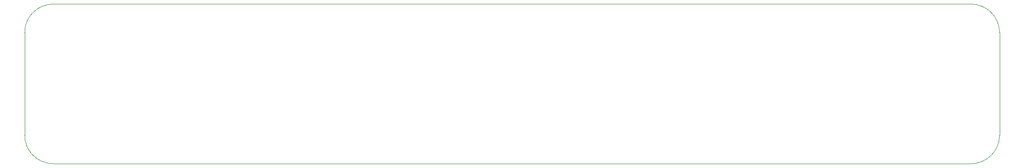
<source format=gbr>
%TF.GenerationSoftware,KiCad,Pcbnew,8.0.4*%
%TF.CreationDate,2025-01-27T21:26:07+00:00*%
%TF.ProjectId,Line Follower,4c696e65-2046-46f6-9c6c-6f7765722e6b,rev?*%
%TF.SameCoordinates,Original*%
%TF.FileFunction,Profile,NP*%
%FSLAX46Y46*%
G04 Gerber Fmt 4.6, Leading zero omitted, Abs format (unit mm)*
G04 Created by KiCad (PCBNEW 8.0.4) date 2025-01-27 21:26:07*
%MOMM*%
%LPD*%
G01*
G04 APERTURE LIST*
%TA.AperFunction,Profile*%
%ADD10C,0.100000*%
%TD*%
G04 APERTURE END LIST*
D10*
X234450000Y-96050000D02*
G75*
G02*
X229450000Y-101050000I-5000000J0D01*
G01*
X69450000Y-73050000D02*
X229450000Y-73050000D01*
X69450000Y-101050000D02*
G75*
G02*
X64450000Y-96050000I0J5000000D01*
G01*
X64450000Y-96050000D02*
X64450000Y-78050000D01*
X229450000Y-101050000D02*
X69450000Y-101050000D01*
X64450000Y-78050000D02*
G75*
G02*
X69450000Y-73050000I5000000J0D01*
G01*
X234450000Y-78050000D02*
X234450000Y-96050000D01*
X229450000Y-73050000D02*
G75*
G02*
X234450000Y-78050000I0J-5000000D01*
G01*
M02*

</source>
